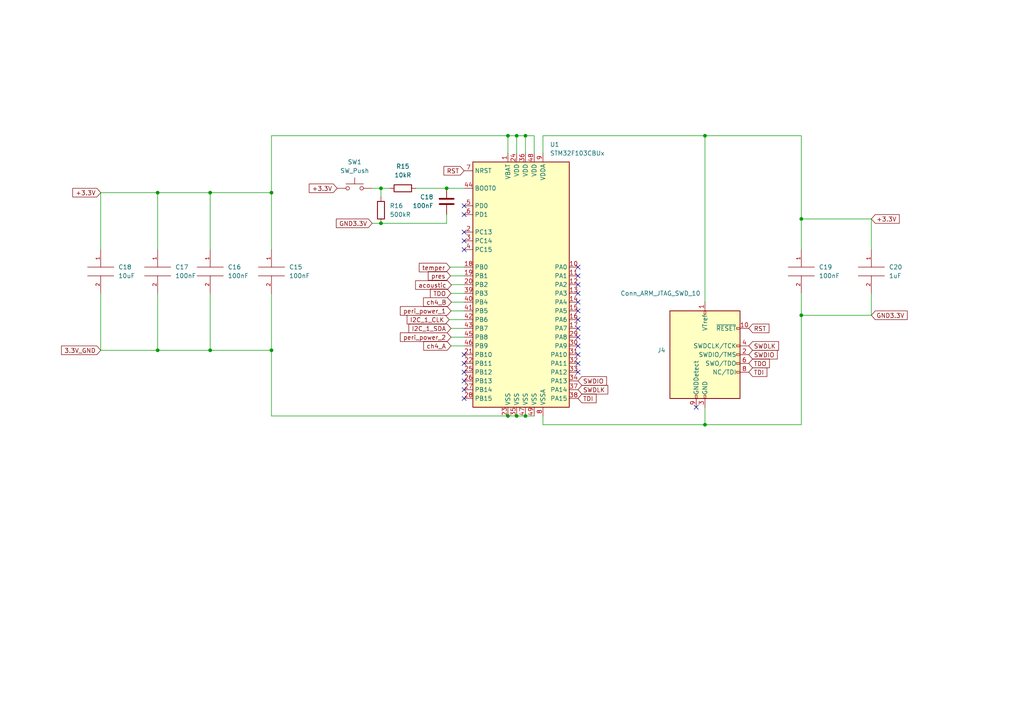
<source format=kicad_sch>
(kicad_sch (version 20211123) (generator eeschema)

  (uuid 3debd225-3ced-4504-af11-875d8cb35853)

  (paper "A4")

  (lib_symbols
    (symbol "Connector:Conn_ARM_JTAG_SWD_10" (pin_names (offset 1.016)) (in_bom yes) (on_board yes)
      (property "Reference" "J" (id 0) (at -2.54 16.51 0)
        (effects (font (size 1.27 1.27)) (justify right))
      )
      (property "Value" "Conn_ARM_JTAG_SWD_10" (id 1) (at -2.54 13.97 0)
        (effects (font (size 1.27 1.27)) (justify right bottom))
      )
      (property "Footprint" "" (id 2) (at 0 0 0)
        (effects (font (size 1.27 1.27)) hide)
      )
      (property "Datasheet" "http://infocenter.arm.com/help/topic/com.arm.doc.ddi0314h/DDI0314H_coresight_components_trm.pdf" (id 3) (at -8.89 -31.75 90)
        (effects (font (size 1.27 1.27)) hide)
      )
      (property "ki_keywords" "Cortex Debug Connector ARM SWD JTAG" (id 4) (at 0 0 0)
        (effects (font (size 1.27 1.27)) hide)
      )
      (property "ki_description" "Cortex Debug Connector, standard ARM Cortex-M SWD and JTAG interface" (id 5) (at 0 0 0)
        (effects (font (size 1.27 1.27)) hide)
      )
      (property "ki_fp_filters" "PinHeader?2x05?P1.27mm*" (id 6) (at 0 0 0)
        (effects (font (size 1.27 1.27)) hide)
      )
      (symbol "Conn_ARM_JTAG_SWD_10_0_1"
        (rectangle (start -10.16 12.7) (end 10.16 -12.7)
          (stroke (width 0.254) (type default) (color 0 0 0 0))
          (fill (type background))
        )
        (rectangle (start -2.794 -12.7) (end -2.286 -11.684)
          (stroke (width 0) (type default) (color 0 0 0 0))
          (fill (type none))
        )
        (rectangle (start -0.254 -12.7) (end 0.254 -11.684)
          (stroke (width 0) (type default) (color 0 0 0 0))
          (fill (type none))
        )
        (rectangle (start -0.254 12.7) (end 0.254 11.684)
          (stroke (width 0) (type default) (color 0 0 0 0))
          (fill (type none))
        )
        (rectangle (start 9.144 2.286) (end 10.16 2.794)
          (stroke (width 0) (type default) (color 0 0 0 0))
          (fill (type none))
        )
        (rectangle (start 10.16 -2.794) (end 9.144 -2.286)
          (stroke (width 0) (type default) (color 0 0 0 0))
          (fill (type none))
        )
        (rectangle (start 10.16 -0.254) (end 9.144 0.254)
          (stroke (width 0) (type default) (color 0 0 0 0))
          (fill (type none))
        )
        (rectangle (start 10.16 7.874) (end 9.144 7.366)
          (stroke (width 0) (type default) (color 0 0 0 0))
          (fill (type none))
        )
      )
      (symbol "Conn_ARM_JTAG_SWD_10_1_1"
        (rectangle (start 9.144 -5.334) (end 10.16 -4.826)
          (stroke (width 0) (type default) (color 0 0 0 0))
          (fill (type none))
        )
        (pin power_in line (at 0 15.24 270) (length 2.54)
          (name "VTref" (effects (font (size 1.27 1.27))))
          (number "1" (effects (font (size 1.27 1.27))))
        )
        (pin open_collector line (at 12.7 7.62 180) (length 2.54)
          (name "~{RESET}" (effects (font (size 1.27 1.27))))
          (number "10" (effects (font (size 1.27 1.27))))
        )
        (pin bidirectional line (at 12.7 0 180) (length 2.54)
          (name "SWDIO/TMS" (effects (font (size 1.27 1.27))))
          (number "2" (effects (font (size 1.27 1.27))))
        )
        (pin power_in line (at 0 -15.24 90) (length 2.54)
          (name "GND" (effects (font (size 1.27 1.27))))
          (number "3" (effects (font (size 1.27 1.27))))
        )
        (pin output line (at 12.7 2.54 180) (length 2.54)
          (name "SWDCLK/TCK" (effects (font (size 1.27 1.27))))
          (number "4" (effects (font (size 1.27 1.27))))
        )
        (pin passive line (at 0 -15.24 90) (length 2.54) hide
          (name "GND" (effects (font (size 1.27 1.27))))
          (number "5" (effects (font (size 1.27 1.27))))
        )
        (pin input line (at 12.7 -2.54 180) (length 2.54)
          (name "SWO/TDO" (effects (font (size 1.27 1.27))))
          (number "6" (effects (font (size 1.27 1.27))))
        )
        (pin no_connect line (at -10.16 0 0) (length 2.54) hide
          (name "KEY" (effects (font (size 1.27 1.27))))
          (number "7" (effects (font (size 1.27 1.27))))
        )
        (pin output line (at 12.7 -5.08 180) (length 2.54)
          (name "NC/TDI" (effects (font (size 1.27 1.27))))
          (number "8" (effects (font (size 1.27 1.27))))
        )
        (pin passive line (at -2.54 -15.24 90) (length 2.54)
          (name "GNDDetect" (effects (font (size 1.27 1.27))))
          (number "9" (effects (font (size 1.27 1.27))))
        )
      )
    )
    (symbol "Device:C" (pin_numbers hide) (pin_names (offset 0.254)) (in_bom yes) (on_board yes)
      (property "Reference" "C" (id 0) (at 0.635 2.54 0)
        (effects (font (size 1.27 1.27)) (justify left))
      )
      (property "Value" "C" (id 1) (at 0.635 -2.54 0)
        (effects (font (size 1.27 1.27)) (justify left))
      )
      (property "Footprint" "" (id 2) (at 0.9652 -3.81 0)
        (effects (font (size 1.27 1.27)) hide)
      )
      (property "Datasheet" "~" (id 3) (at 0 0 0)
        (effects (font (size 1.27 1.27)) hide)
      )
      (property "ki_keywords" "cap capacitor" (id 4) (at 0 0 0)
        (effects (font (size 1.27 1.27)) hide)
      )
      (property "ki_description" "Unpolarized capacitor" (id 5) (at 0 0 0)
        (effects (font (size 1.27 1.27)) hide)
      )
      (property "ki_fp_filters" "C_*" (id 6) (at 0 0 0)
        (effects (font (size 1.27 1.27)) hide)
      )
      (symbol "C_0_1"
        (polyline
          (pts
            (xy -2.032 -0.762)
            (xy 2.032 -0.762)
          )
          (stroke (width 0.508) (type default) (color 0 0 0 0))
          (fill (type none))
        )
        (polyline
          (pts
            (xy -2.032 0.762)
            (xy 2.032 0.762)
          )
          (stroke (width 0.508) (type default) (color 0 0 0 0))
          (fill (type none))
        )
      )
      (symbol "C_1_1"
        (pin passive line (at 0 3.81 270) (length 2.794)
          (name "~" (effects (font (size 1.27 1.27))))
          (number "1" (effects (font (size 1.27 1.27))))
        )
        (pin passive line (at 0 -3.81 90) (length 2.794)
          (name "~" (effects (font (size 1.27 1.27))))
          (number "2" (effects (font (size 1.27 1.27))))
        )
      )
    )
    (symbol "Device:R" (pin_numbers hide) (pin_names (offset 0)) (in_bom yes) (on_board yes)
      (property "Reference" "R" (id 0) (at 2.032 0 90)
        (effects (font (size 1.27 1.27)))
      )
      (property "Value" "R" (id 1) (at 0 0 90)
        (effects (font (size 1.27 1.27)))
      )
      (property "Footprint" "" (id 2) (at -1.778 0 90)
        (effects (font (size 1.27 1.27)) hide)
      )
      (property "Datasheet" "~" (id 3) (at 0 0 0)
        (effects (font (size 1.27 1.27)) hide)
      )
      (property "ki_keywords" "R res resistor" (id 4) (at 0 0 0)
        (effects (font (size 1.27 1.27)) hide)
      )
      (property "ki_description" "Resistor" (id 5) (at 0 0 0)
        (effects (font (size 1.27 1.27)) hide)
      )
      (property "ki_fp_filters" "R_*" (id 6) (at 0 0 0)
        (effects (font (size 1.27 1.27)) hide)
      )
      (symbol "R_0_1"
        (rectangle (start -1.016 -2.54) (end 1.016 2.54)
          (stroke (width 0.254) (type default) (color 0 0 0 0))
          (fill (type none))
        )
      )
      (symbol "R_1_1"
        (pin passive line (at 0 3.81 270) (length 1.27)
          (name "~" (effects (font (size 1.27 1.27))))
          (number "1" (effects (font (size 1.27 1.27))))
        )
        (pin passive line (at 0 -3.81 90) (length 1.27)
          (name "~" (effects (font (size 1.27 1.27))))
          (number "2" (effects (font (size 1.27 1.27))))
        )
      )
    )
    (symbol "MCU_ST_STM32F1:STM32F103CBUx" (in_bom yes) (on_board yes)
      (property "Reference" "U" (id 0) (at -15.24 36.83 0)
        (effects (font (size 1.27 1.27)) (justify left))
      )
      (property "Value" "STM32F103CBUx" (id 1) (at 7.62 36.83 0)
        (effects (font (size 1.27 1.27)) (justify left))
      )
      (property "Footprint" "Package_DFN_QFN:QFN-48-1EP_7x7mm_P0.5mm_EP5.6x5.6mm" (id 2) (at -15.24 -35.56 0)
        (effects (font (size 1.27 1.27)) (justify right) hide)
      )
      (property "Datasheet" "http://www.st.com/st-web-ui/static/active/en/resource/technical/document/datasheet/CD00161566.pdf" (id 3) (at 0 0 0)
        (effects (font (size 1.27 1.27)) hide)
      )
      (property "ki_keywords" "ARM Cortex-M3 STM32F1 STM32F103" (id 4) (at 0 0 0)
        (effects (font (size 1.27 1.27)) hide)
      )
      (property "ki_description" "ARM Cortex-M3 MCU, 128KB flash, 20KB RAM, 72MHz, 2-3.6V, 37 GPIO, UFQFPN-48" (id 5) (at 0 0 0)
        (effects (font (size 1.27 1.27)) hide)
      )
      (property "ki_fp_filters" "QFN*1EP*7x7mm*P0.5mm*" (id 6) (at 0 0 0)
        (effects (font (size 1.27 1.27)) hide)
      )
      (symbol "STM32F103CBUx_0_1"
        (rectangle (start -15.24 -35.56) (end 12.7 35.56)
          (stroke (width 0.254) (type default) (color 0 0 0 0))
          (fill (type background))
        )
      )
      (symbol "STM32F103CBUx_1_1"
        (pin power_in line (at -5.08 38.1 270) (length 2.54)
          (name "VBAT" (effects (font (size 1.27 1.27))))
          (number "1" (effects (font (size 1.27 1.27))))
        )
        (pin bidirectional line (at 15.24 5.08 180) (length 2.54)
          (name "PA0" (effects (font (size 1.27 1.27))))
          (number "10" (effects (font (size 1.27 1.27))))
        )
        (pin bidirectional line (at 15.24 2.54 180) (length 2.54)
          (name "PA1" (effects (font (size 1.27 1.27))))
          (number "11" (effects (font (size 1.27 1.27))))
        )
        (pin bidirectional line (at 15.24 0 180) (length 2.54)
          (name "PA2" (effects (font (size 1.27 1.27))))
          (number "12" (effects (font (size 1.27 1.27))))
        )
        (pin bidirectional line (at 15.24 -2.54 180) (length 2.54)
          (name "PA3" (effects (font (size 1.27 1.27))))
          (number "13" (effects (font (size 1.27 1.27))))
        )
        (pin bidirectional line (at 15.24 -5.08 180) (length 2.54)
          (name "PA4" (effects (font (size 1.27 1.27))))
          (number "14" (effects (font (size 1.27 1.27))))
        )
        (pin bidirectional line (at 15.24 -7.62 180) (length 2.54)
          (name "PA5" (effects (font (size 1.27 1.27))))
          (number "15" (effects (font (size 1.27 1.27))))
        )
        (pin bidirectional line (at 15.24 -10.16 180) (length 2.54)
          (name "PA6" (effects (font (size 1.27 1.27))))
          (number "16" (effects (font (size 1.27 1.27))))
        )
        (pin bidirectional line (at 15.24 -12.7 180) (length 2.54)
          (name "PA7" (effects (font (size 1.27 1.27))))
          (number "17" (effects (font (size 1.27 1.27))))
        )
        (pin bidirectional line (at -17.78 5.08 0) (length 2.54)
          (name "PB0" (effects (font (size 1.27 1.27))))
          (number "18" (effects (font (size 1.27 1.27))))
        )
        (pin bidirectional line (at -17.78 2.54 0) (length 2.54)
          (name "PB1" (effects (font (size 1.27 1.27))))
          (number "19" (effects (font (size 1.27 1.27))))
        )
        (pin bidirectional line (at -17.78 15.24 0) (length 2.54)
          (name "PC13" (effects (font (size 1.27 1.27))))
          (number "2" (effects (font (size 1.27 1.27))))
        )
        (pin bidirectional line (at -17.78 0 0) (length 2.54)
          (name "PB2" (effects (font (size 1.27 1.27))))
          (number "20" (effects (font (size 1.27 1.27))))
        )
        (pin bidirectional line (at -17.78 -20.32 0) (length 2.54)
          (name "PB10" (effects (font (size 1.27 1.27))))
          (number "21" (effects (font (size 1.27 1.27))))
        )
        (pin bidirectional line (at -17.78 -22.86 0) (length 2.54)
          (name "PB11" (effects (font (size 1.27 1.27))))
          (number "22" (effects (font (size 1.27 1.27))))
        )
        (pin power_in line (at -5.08 -38.1 90) (length 2.54)
          (name "VSS" (effects (font (size 1.27 1.27))))
          (number "23" (effects (font (size 1.27 1.27))))
        )
        (pin power_in line (at -2.54 38.1 270) (length 2.54)
          (name "VDD" (effects (font (size 1.27 1.27))))
          (number "24" (effects (font (size 1.27 1.27))))
        )
        (pin bidirectional line (at -17.78 -25.4 0) (length 2.54)
          (name "PB12" (effects (font (size 1.27 1.27))))
          (number "25" (effects (font (size 1.27 1.27))))
        )
        (pin bidirectional line (at -17.78 -27.94 0) (length 2.54)
          (name "PB13" (effects (font (size 1.27 1.27))))
          (number "26" (effects (font (size 1.27 1.27))))
        )
        (pin bidirectional line (at -17.78 -30.48 0) (length 2.54)
          (name "PB14" (effects (font (size 1.27 1.27))))
          (number "27" (effects (font (size 1.27 1.27))))
        )
        (pin bidirectional line (at -17.78 -33.02 0) (length 2.54)
          (name "PB15" (effects (font (size 1.27 1.27))))
          (number "28" (effects (font (size 1.27 1.27))))
        )
        (pin bidirectional line (at 15.24 -15.24 180) (length 2.54)
          (name "PA8" (effects (font (size 1.27 1.27))))
          (number "29" (effects (font (size 1.27 1.27))))
        )
        (pin bidirectional line (at -17.78 12.7 0) (length 2.54)
          (name "PC14" (effects (font (size 1.27 1.27))))
          (number "3" (effects (font (size 1.27 1.27))))
        )
        (pin bidirectional line (at 15.24 -17.78 180) (length 2.54)
          (name "PA9" (effects (font (size 1.27 1.27))))
          (number "30" (effects (font (size 1.27 1.27))))
        )
        (pin bidirectional line (at 15.24 -20.32 180) (length 2.54)
          (name "PA10" (effects (font (size 1.27 1.27))))
          (number "31" (effects (font (size 1.27 1.27))))
        )
        (pin bidirectional line (at 15.24 -22.86 180) (length 2.54)
          (name "PA11" (effects (font (size 1.27 1.27))))
          (number "32" (effects (font (size 1.27 1.27))))
        )
        (pin bidirectional line (at 15.24 -25.4 180) (length 2.54)
          (name "PA12" (effects (font (size 1.27 1.27))))
          (number "33" (effects (font (size 1.27 1.27))))
        )
        (pin bidirectional line (at 15.24 -27.94 180) (length 2.54)
          (name "PA13" (effects (font (size 1.27 1.27))))
          (number "34" (effects (font (size 1.27 1.27))))
        )
        (pin power_in line (at -2.54 -38.1 90) (length 2.54)
          (name "VSS" (effects (font (size 1.27 1.27))))
          (number "35" (effects (font (size 1.27 1.27))))
        )
        (pin power_in line (at 0 38.1 270) (length 2.54)
          (name "VDD" (effects (font (size 1.27 1.27))))
          (number "36" (effects (font (size 1.27 1.27))))
        )
        (pin bidirectional line (at 15.24 -30.48 180) (length 2.54)
          (name "PA14" (effects (font (size 1.27 1.27))))
          (number "37" (effects (font (size 1.27 1.27))))
        )
        (pin bidirectional line (at 15.24 -33.02 180) (length 2.54)
          (name "PA15" (effects (font (size 1.27 1.27))))
          (number "38" (effects (font (size 1.27 1.27))))
        )
        (pin bidirectional line (at -17.78 -2.54 0) (length 2.54)
          (name "PB3" (effects (font (size 1.27 1.27))))
          (number "39" (effects (font (size 1.27 1.27))))
        )
        (pin bidirectional line (at -17.78 10.16 0) (length 2.54)
          (name "PC15" (effects (font (size 1.27 1.27))))
          (number "4" (effects (font (size 1.27 1.27))))
        )
        (pin bidirectional line (at -17.78 -5.08 0) (length 2.54)
          (name "PB4" (effects (font (size 1.27 1.27))))
          (number "40" (effects (font (size 1.27 1.27))))
        )
        (pin bidirectional line (at -17.78 -7.62 0) (length 2.54)
          (name "PB5" (effects (font (size 1.27 1.27))))
          (number "41" (effects (font (size 1.27 1.27))))
        )
        (pin bidirectional line (at -17.78 -10.16 0) (length 2.54)
          (name "PB6" (effects (font (size 1.27 1.27))))
          (number "42" (effects (font (size 1.27 1.27))))
        )
        (pin bidirectional line (at -17.78 -12.7 0) (length 2.54)
          (name "PB7" (effects (font (size 1.27 1.27))))
          (number "43" (effects (font (size 1.27 1.27))))
        )
        (pin input line (at -17.78 27.94 0) (length 2.54)
          (name "BOOT0" (effects (font (size 1.27 1.27))))
          (number "44" (effects (font (size 1.27 1.27))))
        )
        (pin bidirectional line (at -17.78 -15.24 0) (length 2.54)
          (name "PB8" (effects (font (size 1.27 1.27))))
          (number "45" (effects (font (size 1.27 1.27))))
        )
        (pin bidirectional line (at -17.78 -17.78 0) (length 2.54)
          (name "PB9" (effects (font (size 1.27 1.27))))
          (number "46" (effects (font (size 1.27 1.27))))
        )
        (pin power_in line (at 0 -38.1 90) (length 2.54)
          (name "VSS" (effects (font (size 1.27 1.27))))
          (number "47" (effects (font (size 1.27 1.27))))
        )
        (pin power_in line (at 2.54 38.1 270) (length 2.54)
          (name "VDD" (effects (font (size 1.27 1.27))))
          (number "48" (effects (font (size 1.27 1.27))))
        )
        (pin power_in line (at 2.54 -38.1 90) (length 2.54)
          (name "VSS" (effects (font (size 1.27 1.27))))
          (number "49" (effects (font (size 1.27 1.27))))
        )
        (pin input line (at -17.78 22.86 0) (length 2.54)
          (name "PD0" (effects (font (size 1.27 1.27))))
          (number "5" (effects (font (size 1.27 1.27))))
        )
        (pin input line (at -17.78 20.32 0) (length 2.54)
          (name "PD1" (effects (font (size 1.27 1.27))))
          (number "6" (effects (font (size 1.27 1.27))))
        )
        (pin input line (at -17.78 33.02 0) (length 2.54)
          (name "NRST" (effects (font (size 1.27 1.27))))
          (number "7" (effects (font (size 1.27 1.27))))
        )
        (pin power_in line (at 5.08 -38.1 90) (length 2.54)
          (name "VSSA" (effects (font (size 1.27 1.27))))
          (number "8" (effects (font (size 1.27 1.27))))
        )
        (pin power_in line (at 5.08 38.1 270) (length 2.54)
          (name "VDDA" (effects (font (size 1.27 1.27))))
          (number "9" (effects (font (size 1.27 1.27))))
        )
      )
    )
    (symbol "Switch:SW_Push" (pin_numbers hide) (pin_names (offset 1.016) hide) (in_bom yes) (on_board yes)
      (property "Reference" "SW" (id 0) (at 1.27 2.54 0)
        (effects (font (size 1.27 1.27)) (justify left))
      )
      (property "Value" "SW_Push" (id 1) (at 0 -1.524 0)
        (effects (font (size 1.27 1.27)))
      )
      (property "Footprint" "" (id 2) (at 0 5.08 0)
        (effects (font (size 1.27 1.27)) hide)
      )
      (property "Datasheet" "~" (id 3) (at 0 5.08 0)
        (effects (font (size 1.27 1.27)) hide)
      )
      (property "ki_keywords" "switch normally-open pushbutton push-button" (id 4) (at 0 0 0)
        (effects (font (size 1.27 1.27)) hide)
      )
      (property "ki_description" "Push button switch, generic, two pins" (id 5) (at 0 0 0)
        (effects (font (size 1.27 1.27)) hide)
      )
      (symbol "SW_Push_0_1"
        (circle (center -2.032 0) (radius 0.508)
          (stroke (width 0) (type default) (color 0 0 0 0))
          (fill (type none))
        )
        (polyline
          (pts
            (xy 0 1.27)
            (xy 0 3.048)
          )
          (stroke (width 0) (type default) (color 0 0 0 0))
          (fill (type none))
        )
        (polyline
          (pts
            (xy 2.54 1.27)
            (xy -2.54 1.27)
          )
          (stroke (width 0) (type default) (color 0 0 0 0))
          (fill (type none))
        )
        (circle (center 2.032 0) (radius 0.508)
          (stroke (width 0) (type default) (color 0 0 0 0))
          (fill (type none))
        )
        (pin passive line (at -5.08 0 0) (length 2.54)
          (name "1" (effects (font (size 1.27 1.27))))
          (number "1" (effects (font (size 1.27 1.27))))
        )
        (pin passive line (at 5.08 0 180) (length 2.54)
          (name "2" (effects (font (size 1.27 1.27))))
          (number "2" (effects (font (size 1.27 1.27))))
        )
      )
    )
    (symbol "pspice:C" (pin_names (offset 0.254)) (in_bom yes) (on_board yes)
      (property "Reference" "C" (id 0) (at 2.54 3.81 90)
        (effects (font (size 1.27 1.27)))
      )
      (property "Value" "C" (id 1) (at 2.54 -3.81 90)
        (effects (font (size 1.27 1.27)))
      )
      (property "Footprint" "" (id 2) (at 0 0 0)
        (effects (font (size 1.27 1.27)) hide)
      )
      (property "Datasheet" "~" (id 3) (at 0 0 0)
        (effects (font (size 1.27 1.27)) hide)
      )
      (property "ki_keywords" "simulation" (id 4) (at 0 0 0)
        (effects (font (size 1.27 1.27)) hide)
      )
      (property "ki_description" "Capacitor symbol for simulation only" (id 5) (at 0 0 0)
        (effects (font (size 1.27 1.27)) hide)
      )
      (symbol "C_0_1"
        (polyline
          (pts
            (xy -3.81 -1.27)
            (xy 3.81 -1.27)
          )
          (stroke (width 0) (type default) (color 0 0 0 0))
          (fill (type none))
        )
        (polyline
          (pts
            (xy -3.81 1.27)
            (xy 3.81 1.27)
          )
          (stroke (width 0) (type default) (color 0 0 0 0))
          (fill (type none))
        )
      )
      (symbol "C_1_1"
        (pin passive line (at 0 6.35 270) (length 5.08)
          (name "~" (effects (font (size 1.016 1.016))))
          (number "1" (effects (font (size 1.016 1.016))))
        )
        (pin passive line (at 0 -6.35 90) (length 5.08)
          (name "~" (effects (font (size 1.016 1.016))))
          (number "2" (effects (font (size 1.016 1.016))))
        )
      )
    )
  )

  (junction (at 149.86 120.65) (diameter 0) (color 0 0 0 0)
    (uuid 10f61d57-4927-47b6-99ee-4db2c7d5dc57)
  )
  (junction (at 45.72 101.6) (diameter 0) (color 0 0 0 0)
    (uuid 27d85be4-ff92-4883-a502-1ec5c3d5787e)
  )
  (junction (at 45.72 55.88) (diameter 0) (color 0 0 0 0)
    (uuid 2f695f38-070c-48c2-9183-0e2a6c970124)
  )
  (junction (at 149.86 39.37) (diameter 0) (color 0 0 0 0)
    (uuid 579faa9e-d869-44ed-9c26-32ec11b71d8f)
  )
  (junction (at 110.49 64.77) (diameter 0) (color 0 0 0 0)
    (uuid 6856120b-57b7-4a80-b659-da15d5f6c57f)
  )
  (junction (at 129.54 54.61) (diameter 0) (color 0 0 0 0)
    (uuid 7147eba4-a5be-4ff7-94dc-5e511723070e)
  )
  (junction (at 147.32 120.65) (diameter 0) (color 0 0 0 0)
    (uuid 87e86da5-c163-437b-99b3-551dce4a4963)
  )
  (junction (at 152.4 120.65) (diameter 0) (color 0 0 0 0)
    (uuid 9d79845f-348a-4623-a0bc-91868abce771)
  )
  (junction (at 60.96 101.6) (diameter 0) (color 0 0 0 0)
    (uuid a076cc2b-8378-484e-b1fc-df3146530463)
  )
  (junction (at 147.32 39.37) (diameter 0) (color 0 0 0 0)
    (uuid a34f663b-4989-46b3-a153-f7a08b75527d)
  )
  (junction (at 60.96 55.88) (diameter 0) (color 0 0 0 0)
    (uuid b13adb4c-40b2-4759-bdb7-bb63ffe1b38b)
  )
  (junction (at 204.47 123.19) (diameter 0) (color 0 0 0 0)
    (uuid b87db540-d78a-4e16-9d3d-42e512480b57)
  )
  (junction (at 78.74 55.88) (diameter 0) (color 0 0 0 0)
    (uuid c2b65dc7-34c0-4d7e-8860-021fed5d3b45)
  )
  (junction (at 110.49 54.61) (diameter 0) (color 0 0 0 0)
    (uuid c473ed34-70ad-4d4a-877f-d0d9558b0bb1)
  )
  (junction (at 232.41 91.44) (diameter 0) (color 0 0 0 0)
    (uuid d150276d-1937-4fd8-8acb-798ef368881a)
  )
  (junction (at 152.4 39.37) (diameter 0) (color 0 0 0 0)
    (uuid d9b65caa-59f1-4130-b5d1-7989412e09f9)
  )
  (junction (at 78.74 101.6) (diameter 0) (color 0 0 0 0)
    (uuid dc461932-0ff4-4039-bd35-ffeb747b2d8f)
  )
  (junction (at 232.41 63.5) (diameter 0) (color 0 0 0 0)
    (uuid e362277b-7c1d-4fd6-ba50-5f6449e51d47)
  )
  (junction (at 204.47 39.37) (diameter 0) (color 0 0 0 0)
    (uuid e51ff955-05d5-499c-931e-4594ca44e483)
  )

  (no_connect (at 134.62 107.95) (uuid 0a075613-9045-4683-ba8c-7e0f4f376fc6))
  (no_connect (at 134.62 59.69) (uuid 28d705a7-3048-448e-98cc-44b0dc5ee6fe))
  (no_connect (at 134.62 67.31) (uuid 33727a54-0529-4d58-acf9-85c3865872f9))
  (no_connect (at 134.62 102.87) (uuid 3d1a2142-2328-438e-84b8-b85d47ef1f54))
  (no_connect (at 167.64 85.09) (uuid 3e30734a-7711-4910-9e10-e07368fb4534))
  (no_connect (at 134.62 110.49) (uuid 480da6a6-d1f4-4541-9165-5a40a4a3382b))
  (no_connect (at 134.62 113.03) (uuid 5d06b1be-9c64-40e2-b924-a90da5659e36))
  (no_connect (at 167.64 107.95) (uuid 5e4adef7-915c-4551-a230-6c1864de4019))
  (no_connect (at 167.64 95.25) (uuid 623d3b2a-a9d3-46d6-b18e-fa79b582454f))
  (no_connect (at 167.64 77.47) (uuid 680bf455-e162-4e05-91da-6b4a95676fee))
  (no_connect (at 201.93 118.11) (uuid 6843d272-957c-4d28-9265-c01cc1af6f36))
  (no_connect (at 167.64 105.41) (uuid 6dc27225-cda4-49af-b002-b40824a9bfff))
  (no_connect (at 167.64 82.55) (uuid 7284befe-4d60-4d8d-8f4a-71423327ecbe))
  (no_connect (at 134.62 69.85) (uuid 92d95cd1-6b56-474b-98f4-e138557ff8e9))
  (no_connect (at 167.64 97.79) (uuid 948484ec-34a1-4ac8-9765-b5e283f18d57))
  (no_connect (at 167.64 92.71) (uuid 94903ad5-7560-42b7-9291-8b7863187e5b))
  (no_connect (at 167.64 102.87) (uuid 977af713-9f55-4bc8-a567-9c2ff633ec8d))
  (no_connect (at 134.62 105.41) (uuid 9ad2f5e4-0483-432e-bee9-e6b1fdad6c19))
  (no_connect (at 167.64 100.33) (uuid ba1607d1-6d26-4805-9be6-41f7a8b0b473))
  (no_connect (at 134.62 62.23) (uuid bb132b82-2367-4805-bebb-089683e9601e))
  (no_connect (at 134.62 72.39) (uuid befe4385-a962-4744-b505-c7969a0bf3a7))
  (no_connect (at 167.64 87.63) (uuid c0125798-332c-4984-9feb-d0c636f5ee95))
  (no_connect (at 134.62 115.57) (uuid c5267042-1bf0-4a81-9904-97323d88e1f5))
  (no_connect (at 167.64 80.01) (uuid d9e9a891-6309-420c-b1cf-4438652a8735))
  (no_connect (at 167.64 90.17) (uuid fa150df0-4402-487f-b40e-42bfe897bbea))

  (wire (pts (xy 147.32 120.65) (xy 78.74 120.65))
    (stroke (width 0) (type default) (color 0 0 0 0))
    (uuid 0e3b6dc2-dcd2-41ab-9c71-3ff88bb1f21c)
  )
  (wire (pts (xy 232.41 85.09) (xy 232.41 91.44))
    (stroke (width 0) (type default) (color 0 0 0 0))
    (uuid 0eb4f9bd-8f72-4dc8-80f5-85b74bf90c9d)
  )
  (wire (pts (xy 130.937 82.55) (xy 130.937 82.677))
    (stroke (width 0) (type default) (color 0 0 0 0))
    (uuid 0fe19a2f-6efa-46f6-8392-a274c4b40763)
  )
  (wire (pts (xy 157.48 123.19) (xy 157.48 120.65))
    (stroke (width 0) (type default) (color 0 0 0 0))
    (uuid 1a09cd90-1c32-4082-bb92-4dc01101dfa3)
  )
  (wire (pts (xy 149.86 39.37) (xy 152.4 39.37))
    (stroke (width 0) (type default) (color 0 0 0 0))
    (uuid 1f42d0c6-a053-4cfa-9c74-a8ee58203fc5)
  )
  (wire (pts (xy 252.73 85.09) (xy 252.73 91.44))
    (stroke (width 0) (type default) (color 0 0 0 0))
    (uuid 2979cde2-1692-4d45-9466-4612a22b9dc1)
  )
  (wire (pts (xy 130.556 77.47) (xy 130.556 77.597))
    (stroke (width 0) (type default) (color 0 0 0 0))
    (uuid 2e2c6c1f-4819-46cd-8daa-40946d049bc1)
  )
  (wire (pts (xy 107.95 54.61) (xy 110.49 54.61))
    (stroke (width 0) (type default) (color 0 0 0 0))
    (uuid 2e543fbb-fc4a-49e5-a93f-7b1ade80d835)
  )
  (wire (pts (xy 130.683 80.01) (xy 134.62 80.01))
    (stroke (width 0) (type default) (color 0 0 0 0))
    (uuid 36c361c0-c7ac-4fa6-b818-c98df35b3dab)
  )
  (wire (pts (xy 129.54 54.61) (xy 134.62 54.61))
    (stroke (width 0) (type default) (color 0 0 0 0))
    (uuid 36fc2b7d-f712-47a0-bfc0-cff0deda5f8c)
  )
  (wire (pts (xy 60.96 55.88) (xy 45.72 55.88))
    (stroke (width 0) (type default) (color 0 0 0 0))
    (uuid 3b9efb6b-be3b-4a3e-97a1-d66a07bfba9d)
  )
  (wire (pts (xy 157.48 123.19) (xy 204.47 123.19))
    (stroke (width 0) (type default) (color 0 0 0 0))
    (uuid 3e2ab336-7202-493a-a86a-aab68d9f9a6d)
  )
  (wire (pts (xy 107.95 64.77) (xy 110.49 64.77))
    (stroke (width 0) (type default) (color 0 0 0 0))
    (uuid 415da641-d03e-4fc9-8b86-67f2bb661f8f)
  )
  (wire (pts (xy 110.49 57.15) (xy 110.49 54.61))
    (stroke (width 0) (type default) (color 0 0 0 0))
    (uuid 438c8a60-daf7-469c-9de4-32c533ea3d3d)
  )
  (wire (pts (xy 29.21 85.09) (xy 29.21 101.6))
    (stroke (width 0) (type default) (color 0 0 0 0))
    (uuid 45cee651-bcca-4673-a047-c5f017fa045c)
  )
  (wire (pts (xy 232.41 91.44) (xy 232.41 123.19))
    (stroke (width 0) (type default) (color 0 0 0 0))
    (uuid 493d1291-4a46-41f0-83aa-73dea201a849)
  )
  (wire (pts (xy 78.74 101.6) (xy 60.96 101.6))
    (stroke (width 0) (type default) (color 0 0 0 0))
    (uuid 49c2293c-d946-4027-95ce-83cf5ec8e801)
  )
  (wire (pts (xy 134.62 82.55) (xy 130.937 82.55))
    (stroke (width 0) (type default) (color 0 0 0 0))
    (uuid 4f627f62-7b02-4604-bcec-f9540d00c791)
  )
  (wire (pts (xy 147.32 39.37) (xy 149.86 39.37))
    (stroke (width 0) (type default) (color 0 0 0 0))
    (uuid 51034591-fb11-4cd0-802a-91259bd51cf9)
  )
  (wire (pts (xy 129.54 64.77) (xy 129.54 62.23))
    (stroke (width 0) (type default) (color 0 0 0 0))
    (uuid 51c53b20-72c3-4f91-b185-bb31c3799efd)
  )
  (wire (pts (xy 152.4 39.37) (xy 152.4 44.45))
    (stroke (width 0) (type default) (color 0 0 0 0))
    (uuid 54d09905-cd6c-49bd-9f6f-98b649dceaf4)
  )
  (wire (pts (xy 152.4 120.65) (xy 154.94 120.65))
    (stroke (width 0) (type default) (color 0 0 0 0))
    (uuid 560f57b7-0fa4-4080-a733-7c9df36ddf59)
  )
  (wire (pts (xy 134.62 77.47) (xy 130.556 77.47))
    (stroke (width 0) (type default) (color 0 0 0 0))
    (uuid 5b3efa3b-857e-4fb1-a9fd-f99c6274ebee)
  )
  (wire (pts (xy 78.74 55.88) (xy 78.74 39.37))
    (stroke (width 0) (type default) (color 0 0 0 0))
    (uuid 5df06a9b-937a-460a-96c3-0bf12d5c4278)
  )
  (wire (pts (xy 232.41 91.44) (xy 252.73 91.44))
    (stroke (width 0) (type default) (color 0 0 0 0))
    (uuid 6149ce8a-2c9e-439a-96aa-3318fc2d97c5)
  )
  (wire (pts (xy 29.21 101.6) (xy 45.72 101.6))
    (stroke (width 0) (type default) (color 0 0 0 0))
    (uuid 63c5a2cc-828b-4e3f-af00-aa4c4da2b399)
  )
  (wire (pts (xy 130.81 90.17) (xy 134.62 90.17))
    (stroke (width 0) (type default) (color 0 0 0 0))
    (uuid 642cfcf2-4714-4ecf-a8de-cc27bd27ed3b)
  )
  (wire (pts (xy 204.47 39.37) (xy 204.47 87.63))
    (stroke (width 0) (type default) (color 0 0 0 0))
    (uuid 64faba85-b5ae-4a00-b87a-7ca4ea8b29ea)
  )
  (wire (pts (xy 60.96 101.6) (xy 60.96 85.09))
    (stroke (width 0) (type default) (color 0 0 0 0))
    (uuid 65c4265b-8412-488b-8cf4-5df79be0e32d)
  )
  (wire (pts (xy 78.74 120.65) (xy 78.74 101.6))
    (stroke (width 0) (type default) (color 0 0 0 0))
    (uuid 69ba8992-0dcf-4eb1-8982-599700063f3f)
  )
  (wire (pts (xy 232.41 63.5) (xy 252.73 63.5))
    (stroke (width 0) (type default) (color 0 0 0 0))
    (uuid 6ceb93d5-317c-4b1c-87d4-16b1fe7cc739)
  )
  (wire (pts (xy 149.86 120.65) (xy 152.4 120.65))
    (stroke (width 0) (type default) (color 0 0 0 0))
    (uuid 6dd65628-8879-444e-9ea9-a36fb9096e68)
  )
  (wire (pts (xy 78.74 55.88) (xy 60.96 55.88))
    (stroke (width 0) (type default) (color 0 0 0 0))
    (uuid 755e0b9d-b929-4192-96f4-a09200f7c8c2)
  )
  (wire (pts (xy 29.21 72.39) (xy 29.21 55.88))
    (stroke (width 0) (type default) (color 0 0 0 0))
    (uuid 7d781d31-5b91-4a41-aa28-7f11130a95cf)
  )
  (wire (pts (xy 130.81 97.79) (xy 134.62 97.79))
    (stroke (width 0) (type default) (color 0 0 0 0))
    (uuid 7f3765fe-a83e-4f9f-a2ab-9d54f52eaef0)
  )
  (wire (pts (xy 130.81 100.33) (xy 134.62 100.33))
    (stroke (width 0) (type default) (color 0 0 0 0))
    (uuid 810ef38c-cb65-45fd-ae2a-a45c28515d31)
  )
  (wire (pts (xy 78.74 72.39) (xy 78.74 55.88))
    (stroke (width 0) (type default) (color 0 0 0 0))
    (uuid 835e085e-3102-4404-9602-74c6a3fa0f95)
  )
  (wire (pts (xy 60.96 72.39) (xy 60.96 55.88))
    (stroke (width 0) (type default) (color 0 0 0 0))
    (uuid 83c49063-4869-4d84-802e-10b5d74cb123)
  )
  (wire (pts (xy 110.49 54.61) (xy 113.03 54.61))
    (stroke (width 0) (type default) (color 0 0 0 0))
    (uuid 849bd7c4-2140-4ba7-85fd-78a6db7356d4)
  )
  (wire (pts (xy 232.41 39.37) (xy 204.47 39.37))
    (stroke (width 0) (type default) (color 0 0 0 0))
    (uuid 861fe414-1227-4030-8875-73eafc849a4b)
  )
  (wire (pts (xy 204.47 123.19) (xy 232.41 123.19))
    (stroke (width 0) (type default) (color 0 0 0 0))
    (uuid 863144f7-bfe4-47e3-94a7-c2e1c458f035)
  )
  (wire (pts (xy 110.49 64.77) (xy 129.54 64.77))
    (stroke (width 0) (type default) (color 0 0 0 0))
    (uuid 88955adb-1c72-42c6-8600-5ee54f5452aa)
  )
  (wire (pts (xy 204.47 118.11) (xy 204.47 123.19))
    (stroke (width 0) (type default) (color 0 0 0 0))
    (uuid 8913ad5e-1f2d-473c-99c3-fdd7044d9351)
  )
  (wire (pts (xy 45.72 101.6) (xy 60.96 101.6))
    (stroke (width 0) (type default) (color 0 0 0 0))
    (uuid 8dddabd6-bde5-43ef-9a76-07a792ae7531)
  )
  (wire (pts (xy 157.48 39.37) (xy 157.48 44.45))
    (stroke (width 0) (type default) (color 0 0 0 0))
    (uuid 91b0f906-4e8d-47af-a379-2a2d41c69bf8)
  )
  (wire (pts (xy 45.72 85.09) (xy 45.72 101.6))
    (stroke (width 0) (type default) (color 0 0 0 0))
    (uuid 9941376f-6916-4194-a24a-c25d778db835)
  )
  (wire (pts (xy 130.937 87.63) (xy 134.62 87.63))
    (stroke (width 0) (type default) (color 0 0 0 0))
    (uuid 9b34bfc4-0f1d-476e-92c9-986dca2f13a9)
  )
  (wire (pts (xy 154.94 39.37) (xy 154.94 44.45))
    (stroke (width 0) (type default) (color 0 0 0 0))
    (uuid a59a1f67-f762-4650-a313-b1674e762a66)
  )
  (wire (pts (xy 204.47 39.37) (xy 157.48 39.37))
    (stroke (width 0) (type default) (color 0 0 0 0))
    (uuid b0f0280b-e020-4245-814b-5a5c173aa849)
  )
  (wire (pts (xy 232.41 63.5) (xy 232.41 39.37))
    (stroke (width 0) (type default) (color 0 0 0 0))
    (uuid be8bbda4-008a-4244-9d85-4be9410b70cd)
  )
  (wire (pts (xy 147.32 120.65) (xy 149.86 120.65))
    (stroke (width 0) (type default) (color 0 0 0 0))
    (uuid bf0ac8cd-0ac0-45be-96c3-3881f38c5d2d)
  )
  (wire (pts (xy 29.21 55.88) (xy 45.72 55.88))
    (stroke (width 0) (type default) (color 0 0 0 0))
    (uuid bfba3902-b418-4972-81e1-b08612b4b441)
  )
  (wire (pts (xy 130.302 92.71) (xy 134.62 92.71))
    (stroke (width 0) (type default) (color 0 0 0 0))
    (uuid c3dd117a-e022-4638-8261-ca1c31c9234c)
  )
  (wire (pts (xy 78.74 39.37) (xy 147.32 39.37))
    (stroke (width 0) (type default) (color 0 0 0 0))
    (uuid c9a73464-ca5b-4866-8f47-0d0afe507d7f)
  )
  (wire (pts (xy 147.32 39.37) (xy 147.32 44.45))
    (stroke (width 0) (type default) (color 0 0 0 0))
    (uuid cd5aee20-49cc-431a-80d3-5adc5a450460)
  )
  (wire (pts (xy 252.73 63.5) (xy 252.73 72.39))
    (stroke (width 0) (type default) (color 0 0 0 0))
    (uuid d4b8b13d-ae00-45aa-ab3c-de0596c4cddf)
  )
  (wire (pts (xy 149.86 39.37) (xy 149.86 44.45))
    (stroke (width 0) (type default) (color 0 0 0 0))
    (uuid d5557456-bd50-4088-9a23-bb1f8520366b)
  )
  (wire (pts (xy 130.81 85.09) (xy 134.62 85.09))
    (stroke (width 0) (type default) (color 0 0 0 0))
    (uuid d57bfc8f-c353-4090-9d62-85bd8eec2abf)
  )
  (wire (pts (xy 130.81 95.25) (xy 134.62 95.25))
    (stroke (width 0) (type default) (color 0 0 0 0))
    (uuid d99b957b-5493-4d4f-b571-026e850311f7)
  )
  (wire (pts (xy 232.41 72.39) (xy 232.41 63.5))
    (stroke (width 0) (type default) (color 0 0 0 0))
    (uuid e0f6b0ac-13e8-4fc8-928d-ca22cf868c21)
  )
  (wire (pts (xy 120.65 54.61) (xy 129.54 54.61))
    (stroke (width 0) (type default) (color 0 0 0 0))
    (uuid ef6023c4-8f5d-495d-988d-4f3c26b79dfc)
  )
  (wire (pts (xy 45.72 55.88) (xy 45.72 72.39))
    (stroke (width 0) (type default) (color 0 0 0 0))
    (uuid f119d646-e3aa-4638-9636-ee11fc28d775)
  )
  (wire (pts (xy 78.74 85.09) (xy 78.74 101.6))
    (stroke (width 0) (type default) (color 0 0 0 0))
    (uuid f4e6cb8e-0dd5-4649-95c3-0e1670a30ab7)
  )
  (wire (pts (xy 152.4 39.37) (xy 154.94 39.37))
    (stroke (width 0) (type default) (color 0 0 0 0))
    (uuid f608a7dc-e0f2-4116-8d8e-9f2056027c7c)
  )

  (global_label "I2C_1_CLK" (shape input) (at 130.302 92.71 180) (fields_autoplaced)
    (effects (font (size 1.27 1.27)) (justify right))
    (uuid 1733f247-cfca-45df-9b1b-250604ec7af6)
    (property "Intersheet References" "${INTERSHEET_REFS}" (id 0) (at 118.0918 92.6306 0)
      (effects (font (size 1.27 1.27)) (justify right) hide)
    )
  )
  (global_label "+3.3V" (shape input) (at 252.73 63.5 0) (fields_autoplaced)
    (effects (font (size 1.27 1.27)) (justify left))
    (uuid 175589bc-17e9-402a-af63-ba7244fa2ba7)
    (property "Intersheet References" "${INTERSHEET_REFS}" (id 0) (at 260.8279 63.4206 0)
      (effects (font (size 1.27 1.27)) (justify left) hide)
    )
  )
  (global_label "temper" (shape input) (at 130.556 77.597 180) (fields_autoplaced)
    (effects (font (size 1.27 1.27)) (justify right))
    (uuid 247fded4-d4d8-4054-860d-b594c9c8a5fd)
    (property "Intersheet References" "${INTERSHEET_REFS}" (id 0) (at 121.6115 77.6764 0)
      (effects (font (size 1.27 1.27)) (justify right) hide)
    )
  )
  (global_label "RST" (shape input) (at 217.17 95.25 0) (fields_autoplaced)
    (effects (font (size 1.27 1.27)) (justify left))
    (uuid 30d724ac-e6f9-4c8e-8725-302f748fe9b7)
    (property "Intersheet References" "${INTERSHEET_REFS}" (id 0) (at 223.0302 95.1706 0)
      (effects (font (size 1.27 1.27)) (justify left) hide)
    )
  )
  (global_label "pres" (shape input) (at 130.683 80.01 180) (fields_autoplaced)
    (effects (font (size 1.27 1.27)) (justify right))
    (uuid 3bf9ca1b-111a-49b5-8373-8b055c2dba7c)
    (property "Intersheet References" "${INTERSHEET_REFS}" (id 0) (at 124.218 79.9306 0)
      (effects (font (size 1.27 1.27)) (justify right) hide)
    )
  )
  (global_label "SWDLK" (shape input) (at 217.17 100.33 0) (fields_autoplaced)
    (effects (font (size 1.27 1.27)) (justify left))
    (uuid 3f2e6959-073f-41ad-b396-23a9c435bf20)
    (property "Intersheet References" "${INTERSHEET_REFS}" (id 0) (at 225.8121 100.2506 0)
      (effects (font (size 1.27 1.27)) (justify left) hide)
    )
  )
  (global_label "GND3.3V" (shape input) (at 107.95 64.77 180) (fields_autoplaced)
    (effects (font (size 1.27 1.27)) (justify right))
    (uuid 62be9a44-46ea-4d32-af91-bd40477f1470)
    (property "Intersheet References" "${INTERSHEET_REFS}" (id 0) (at 97.554 64.6906 0)
      (effects (font (size 1.27 1.27)) (justify right) hide)
    )
  )
  (global_label "+3.3V" (shape input) (at 97.79 54.61 180) (fields_autoplaced)
    (effects (font (size 1.27 1.27)) (justify right))
    (uuid 6326deca-9e8c-4c9c-9a8d-52848673adec)
    (property "Intersheet References" "${INTERSHEET_REFS}" (id 0) (at 89.6921 54.5306 0)
      (effects (font (size 1.27 1.27)) (justify right) hide)
    )
  )
  (global_label "SWDIO" (shape input) (at 167.64 110.49 0) (fields_autoplaced)
    (effects (font (size 1.27 1.27)) (justify left))
    (uuid 72b1e0f8-8f3d-4b91-bba2-71d844d72e1f)
    (property "Intersheet References" "${INTERSHEET_REFS}" (id 0) (at 175.9193 110.4106 0)
      (effects (font (size 1.27 1.27)) (justify left) hide)
    )
  )
  (global_label "3.3V_GND" (shape input) (at 29.21 101.6 180) (fields_autoplaced)
    (effects (font (size 1.27 1.27)) (justify right))
    (uuid 72c7e971-7118-416a-a3a0-bb367eb67daf)
    (property "Intersheet References" "${INTERSHEET_REFS}" (id 0) (at 17.8464 101.5206 0)
      (effects (font (size 1.27 1.27)) (justify right) hide)
    )
  )
  (global_label "peri_power_2" (shape input) (at 130.81 97.79 180) (fields_autoplaced)
    (effects (font (size 1.27 1.27)) (justify right))
    (uuid 8855db48-b1f3-449f-892d-ff638399200a)
    (property "Intersheet References" "${INTERSHEET_REFS}" (id 0) (at 116.1202 97.7106 0)
      (effects (font (size 1.27 1.27)) (justify right) hide)
    )
  )
  (global_label "TDI" (shape input) (at 167.64 115.57 0) (fields_autoplaced)
    (effects (font (size 1.27 1.27)) (justify left))
    (uuid 894145d4-53a0-4e97-9ddf-6f699ae1e761)
    (property "Intersheet References" "${INTERSHEET_REFS}" (id 0) (at 172.8955 115.4906 0)
      (effects (font (size 1.27 1.27)) (justify left) hide)
    )
  )
  (global_label "SWDLK" (shape input) (at 167.64 113.03 0) (fields_autoplaced)
    (effects (font (size 1.27 1.27)) (justify left))
    (uuid 8b7e3e0e-b747-43ae-8bad-1ce74461cdb9)
    (property "Intersheet References" "${INTERSHEET_REFS}" (id 0) (at 176.2821 112.9506 0)
      (effects (font (size 1.27 1.27)) (justify left) hide)
    )
  )
  (global_label "ch4_B" (shape input) (at 130.937 87.63 180) (fields_autoplaced)
    (effects (font (size 1.27 1.27)) (justify right))
    (uuid 8b8fedd8-f4c1-4e35-ae79-7e473f802c14)
    (property "Intersheet References" "${INTERSHEET_REFS}" (id 0) (at 122.8391 87.7094 0)
      (effects (font (size 1.27 1.27)) (justify right) hide)
    )
  )
  (global_label "SWDIO" (shape input) (at 217.17 102.87 0) (fields_autoplaced)
    (effects (font (size 1.27 1.27)) (justify left))
    (uuid 970d78e4-457e-4141-82d9-dcb93c904148)
    (property "Intersheet References" "${INTERSHEET_REFS}" (id 0) (at 225.4493 102.7906 0)
      (effects (font (size 1.27 1.27)) (justify left) hide)
    )
  )
  (global_label "+3.3V" (shape input) (at 29.21 55.88 180) (fields_autoplaced)
    (effects (font (size 1.27 1.27)) (justify right))
    (uuid 9784c651-f904-44eb-920f-37bb7e6a11ca)
    (property "Intersheet References" "${INTERSHEET_REFS}" (id 0) (at 21.1121 55.8006 0)
      (effects (font (size 1.27 1.27)) (justify right) hide)
    )
  )
  (global_label "I2C_1_SDA" (shape input) (at 130.81 95.25 180) (fields_autoplaced)
    (effects (font (size 1.27 1.27)) (justify right))
    (uuid a651a45b-2e59-4730-abf7-e54fe0830581)
    (property "Intersheet References" "${INTERSHEET_REFS}" (id 0) (at 118.5998 95.1706 0)
      (effects (font (size 1.27 1.27)) (justify right) hide)
    )
  )
  (global_label "TDO" (shape input) (at 217.17 105.41 0) (fields_autoplaced)
    (effects (font (size 1.27 1.27)) (justify left))
    (uuid ad601a37-ca48-4808-85bb-806d33d941e3)
    (property "Intersheet References" "${INTERSHEET_REFS}" (id 0) (at 223.1512 105.3306 0)
      (effects (font (size 1.27 1.27)) (justify left) hide)
    )
  )
  (global_label "ch4_A" (shape input) (at 130.81 100.33 180) (fields_autoplaced)
    (effects (font (size 1.27 1.27)) (justify right))
    (uuid b7e0d8c8-7e8e-44ee-b26e-231b31cfa944)
    (property "Intersheet References" "${INTERSHEET_REFS}" (id 0) (at 122.8936 100.4094 0)
      (effects (font (size 1.27 1.27)) (justify right) hide)
    )
  )
  (global_label "TDI" (shape input) (at 217.17 107.95 0) (fields_autoplaced)
    (effects (font (size 1.27 1.27)) (justify left))
    (uuid c606b0a2-29c8-4b86-bb7d-2dce95adbb7b)
    (property "Intersheet References" "${INTERSHEET_REFS}" (id 0) (at 222.4255 107.8706 0)
      (effects (font (size 1.27 1.27)) (justify left) hide)
    )
  )
  (global_label "GND3.3V" (shape input) (at 252.73 91.44 0) (fields_autoplaced)
    (effects (font (size 1.27 1.27)) (justify left))
    (uuid cd988d1a-b9d8-44ad-814f-3d6d855b5b33)
    (property "Intersheet References" "${INTERSHEET_REFS}" (id 0) (at 263.126 91.3606 0)
      (effects (font (size 1.27 1.27)) (justify left) hide)
    )
  )
  (global_label "peri_power_1" (shape input) (at 130.81 90.17 180) (fields_autoplaced)
    (effects (font (size 1.27 1.27)) (justify right))
    (uuid e7b91a67-e733-4a1a-af8b-bac93c6ccf09)
    (property "Intersheet References" "${INTERSHEET_REFS}" (id 0) (at 116.1202 90.0906 0)
      (effects (font (size 1.27 1.27)) (justify right) hide)
    )
  )
  (global_label "acoustic" (shape input) (at 130.937 82.677 180) (fields_autoplaced)
    (effects (font (size 1.27 1.27)) (justify right))
    (uuid ef537b62-a812-45d9-b917-b8383046029d)
    (property "Intersheet References" "${INTERSHEET_REFS}" (id 0) (at 120.541 82.5976 0)
      (effects (font (size 1.27 1.27)) (justify right) hide)
    )
  )
  (global_label "RST" (shape input) (at 134.62 49.53 180) (fields_autoplaced)
    (effects (font (size 1.27 1.27)) (justify right))
    (uuid f96696e6-daeb-4ac6-bb34-530c8a3234e7)
    (property "Intersheet References" "${INTERSHEET_REFS}" (id 0) (at 128.7598 49.4506 0)
      (effects (font (size 1.27 1.27)) (justify right) hide)
    )
  )
  (global_label "TDO" (shape input) (at 130.81 85.09 180) (fields_autoplaced)
    (effects (font (size 1.27 1.27)) (justify right))
    (uuid fa4395f6-7872-45d7-bc72-c9c0e78ac4a8)
    (property "Intersheet References" "${INTERSHEET_REFS}" (id 0) (at 124.8288 85.0106 0)
      (effects (font (size 1.27 1.27)) (justify right) hide)
    )
  )

  (symbol (lib_id "MCU_ST_STM32F1:STM32F103CBUx") (at 152.4 82.55 0) (unit 1)
    (in_bom yes) (on_board yes) (fields_autoplaced)
    (uuid 03e88226-cd4c-495e-8240-f30f511ef3fc)
    (property "Reference" "U10" (id 0) (at 159.4994 41.91 0)
      (effects (font (size 1.27 1.27)) (justify left))
    )
    (property "Value" "STM32F103CBUx" (id 1) (at 159.4994 44.45 0)
      (effects (font (size 1.27 1.27)) (justify left))
    )
    (property "Footprint" "Package_DFN_QFN:QFN-48-1EP_7x7mm_P0.5mm_EP5.6x5.6mm" (id 2) (at 137.16 118.11 0)
      (effects (font (size 1.27 1.27)) (justify right) hide)
    )
    (property "Datasheet" "http://www.st.com/st-web-ui/static/active/en/resource/technical/document/datasheet/CD00161566.pdf" (id 3) (at 152.4 82.55 0)
      (effects (font (size 1.27 1.27)) hide)
    )
    (pin "1" (uuid 7c18d266-41fd-4f6d-87cf-3a7e67f879dc))
    (pin "10" (uuid 1e034597-b2fc-49ad-967b-0c6f8435200f))
    (pin "11" (uuid 342cb105-54aa-4519-aac4-89a417436a7e))
    (pin "12" (uuid c6d63b5d-d408-4403-8636-d5703f49ec97))
    (pin "13" (uuid 9da7bd25-ab26-41c0-b7fa-168d24fe4104))
    (pin "14" (uuid 93ad10dd-296c-4460-95dc-45404d31d93a))
    (pin "15" (uuid 826390b3-0036-44dd-b1ec-214f246c4500))
    (pin "16" (uuid 695af99b-75b0-4eee-9921-d8201fd4dc4e))
    (pin "17" (uuid 125aafa6-fac1-401e-82df-7dd0f93f80c5))
    (pin "18" (uuid f2b40b2f-c099-4b59-b509-e35b3875ee17))
    (pin "19" (uuid fdabf848-c6cc-47b9-86e6-38bd0fcce70c))
    (pin "2" (uuid 70d69cd0-0f32-4fb2-9524-d170960f24db))
    (pin "20" (uuid 2aa9e979-45d8-4763-a476-1d3598240266))
    (pin "21" (uuid b9cc122e-f707-469b-b534-0345a9ef2126))
    (pin "22" (uuid 6003ffd6-7ca8-46f3-a431-bfc0962170fa))
    (pin "23" (uuid 35d5ef05-693b-4455-9ae7-b9e981d59440))
    (pin "24" (uuid 77aa3492-5ef0-44a1-b693-1ab57c56bf69))
    (pin "25" (uuid 3568bb9d-9773-423f-aaae-d066efd471f6))
    (pin "26" (uuid 95af1d63-1a74-4896-b400-d5f7cd3afa03))
    (pin "27" (uuid 2daf6725-c1ef-43f9-93be-5f18ec3b9e4a))
    (pin "28" (uuid 2a6b6413-30be-48ab-b236-4d6f27eaa695))
    (pin "29" (uuid ba33135b-aa53-4b50-94c2-78638356ab2b))
    (pin "3" (uuid f18d0a9a-d6ad-4b8e-881a-5d1f53fb7328))
    (pin "30" (uuid e45489e7-9440-40bb-8e5f-b56234d99076))
    (pin "31" (uuid 280b9940-fa75-40d8-a8ae-d427a8989c98))
    (pin "32" (uuid f2ec8093-6102-40a7-a8ca-cf31954bbc01))
    (pin "33" (uuid 9cf872e6-6b82-484f-b1f1-23794de8ed40))
    (pin "34" (uuid 41c1bfaf-5f8e-474c-9ad4-0842193a8f87))
    (pin "35" (uuid 8c1f9063-ec8d-4d33-9385-e8d871e7e257))
    (pin "36" (uuid 56aeeec3-bdc3-49eb-81ab-7dacbd16a7a4))
    (pin "37" (uuid d5d3e165-27ae-46b1-8907-56beaeaf3c45))
    (pin "38" (uuid e744dd0b-a2c3-4a5b-9071-ba40ddeb096c))
    (pin "39" (uuid fba9cc95-6c84-4ae5-afc1-14ed1a551761))
    (pin "4" (uuid 1d384010-ac69-4590-a98d-63adb40e96b8))
    (pin "40" (uuid 80305e7c-8455-4cde-a007-346a162b0424))
    (pin "41" (uuid 70846d3b-0b6d-4158-a298-d08ee1affaca))
    (pin "42" (uuid 38691b46-02fe-4ae8-96d3-545536cf26ec))
    (pin "43" (uuid 3f77f9ee-bc33-4cb2-80a2-d233fb780087))
    (pin "44" (uuid e234edbe-0423-4c45-8502-6c411fc8b423))
    (pin "45" (uuid 340ed09d-b52c-43e5-a561-ddc5ce7b4a19))
    (pin "46" (uuid 4247389d-92c5-4981-b10e-200fcf1b6259))
    (pin "47" (uuid e630e8c8-7c0d-4b80-aadf-6a0a292c6809))
    (pin "48" (uuid 6f9d320d-34b5-4df1-a13f-e3ff7756c196))
    (pin "49" (uuid e8c86484-5913-4e81-a5c8-ed815106bfc9))
    (pin "5" (uuid e5294321-10d3-49e9-bd18-6123551f40a0))
    (pin "6" (uuid 3045baea-6e2f-4716-be4a-8a7a26b848ed))
    (pin "7" (uuid 573b70b4-e6d9-4d13-9bfc-076c2c579837))
    (pin "8" (uuid 17c1233c-cfc1-4b7f-85cd-ff2320e6baad))
    (pin "9" (uuid 9bddf6ef-f3a9-4650-ba5f-578958459ac8))
  )

  (symbol (lib_id "pspice:C") (at 78.74 78.74 0) (unit 1)
    (in_bom yes) (on_board yes) (fields_autoplaced)
    (uuid 1c4d9d80-004c-4aae-a0ee-6724f8a616e3)
    (property "Reference" "C22" (id 0) (at 83.82 77.4699 0)
      (effects (font (size 1.27 1.27)) (justify left))
    )
    (property "Value" "100nF" (id 1) (at 83.82 80.0099 0)
      (effects (font (size 1.27 1.27)) (justify left))
    )
    (property "Footprint" "Capacitor_SMD:C_0603_1608Metric" (id 2) (at 78.74 78.74 0)
      (effects (font (size 1.27 1.27)) hide)
    )
    (property "Datasheet" "~" (id 3) (at 78.74 78.74 0)
      (effects (font (size 1.27 1.27)) hide)
    )
    (pin "1" (uuid b7c5665d-08c1-47e5-adb9-cb5058382bbe))
    (pin "2" (uuid 9803e6e1-c3c0-41e7-8cad-fa981ae3e6fa))
  )

  (symbol (lib_id "Device:R") (at 110.49 60.96 0) (unit 1)
    (in_bom yes) (on_board yes) (fields_autoplaced)
    (uuid 38ed9b93-44f8-48f9-ae47-04c489933495)
    (property "Reference" "R13" (id 0) (at 113.03 59.6899 0)
      (effects (font (size 1.27 1.27)) (justify left))
    )
    (property "Value" "500kR" (id 1) (at 113.03 62.2299 0)
      (effects (font (size 1.27 1.27)) (justify left))
    )
    (property "Footprint" "Resistor_SMD:R_0603_1608Metric" (id 2) (at 108.712 60.96 90)
      (effects (font (size 1.27 1.27)) hide)
    )
    (property "Datasheet" "~" (id 3) (at 110.49 60.96 0)
      (effects (font (size 1.27 1.27)) hide)
    )
    (pin "1" (uuid f57753e6-dcf3-4005-905e-12239a503ee7))
    (pin "2" (uuid c5aee640-aa85-4406-9717-935b9ac9b135))
  )

  (symbol (lib_id "Switch:SW_Push") (at 102.87 54.61 0) (unit 1)
    (in_bom yes) (on_board yes) (fields_autoplaced)
    (uuid 4a7379e1-ac0a-4ddc-88a3-fd1e1ca6e517)
    (property "Reference" "SW1" (id 0) (at 102.87 46.99 0))
    (property "Value" "SW_Push" (id 1) (at 102.87 49.53 0))
    (property "Footprint" "Button_Switch_SMD:SW_Push_1P1T_NO_6x6mm_H9.5mm" (id 2) (at 102.87 49.53 0)
      (effects (font (size 1.27 1.27)) hide)
    )
    (property "Datasheet" "~" (id 3) (at 102.87 49.53 0)
      (effects (font (size 1.27 1.27)) hide)
    )
    (pin "1" (uuid 68a18b91-a1bd-4b8f-a91c-8bb4a50784b1))
    (pin "2" (uuid 8273bb95-944f-43cc-b6e2-90ea059c9a54))
  )

  (symbol (lib_id "Device:C") (at 129.54 58.42 0) (mirror x) (unit 1)
    (in_bom yes) (on_board yes) (fields_autoplaced)
    (uuid 5d1a7d3d-5771-404b-8a44-e62ecbefcbe2)
    (property "Reference" "C18" (id 0) (at 125.73 57.1499 0)
      (effects (font (size 1.27 1.27)) (justify right))
    )
    (property "Value" "100nF" (id 1) (at 125.73 59.6899 0)
      (effects (font (size 1.27 1.27)) (justify right))
    )
    (property "Footprint" "Capacitor_SMD:C_0603_1608Metric" (id 2) (at 130.5052 54.61 0)
      (effects (font (size 1.27 1.27)) hide)
    )
    (property "Datasheet" "~" (id 3) (at 129.54 58.42 0)
      (effects (font (size 1.27 1.27)) hide)
    )
    (pin "1" (uuid a3e7b93c-cacc-4566-8c14-f06403cbd0ba))
    (pin "2" (uuid 28fb5ece-1b95-4072-8080-abee7a8b67db))
  )

  (symbol (lib_id "pspice:C") (at 252.73 78.74 0) (unit 1)
    (in_bom yes) (on_board yes) (fields_autoplaced)
    (uuid 6a116c90-fb0f-4a52-bb29-c9efba039654)
    (property "Reference" "C24" (id 0) (at 257.81 77.4699 0)
      (effects (font (size 1.27 1.27)) (justify left))
    )
    (property "Value" "1uF" (id 1) (at 257.81 80.0099 0)
      (effects (font (size 1.27 1.27)) (justify left))
    )
    (property "Footprint" "Capacitor_SMD:C_0603_1608Metric" (id 2) (at 252.73 78.74 0)
      (effects (font (size 1.27 1.27)) hide)
    )
    (property "Datasheet" "~" (id 3) (at 252.73 78.74 0)
      (effects (font (size 1.27 1.27)) hide)
    )
    (pin "1" (uuid bfeeedb4-5412-406b-ab33-50c1ade767f6))
    (pin "2" (uuid 8a05a9c1-63dc-47db-a151-6d7a3ec4978e))
  )

  (symbol (lib_id "pspice:C") (at 232.41 78.74 0) (unit 1)
    (in_bom yes) (on_board yes) (fields_autoplaced)
    (uuid 894a4b68-d98b-4c78-96f1-229c7ecfff98)
    (property "Reference" "C23" (id 0) (at 237.49 77.4699 0)
      (effects (font (size 1.27 1.27)) (justify left))
    )
    (property "Value" "100nF" (id 1) (at 237.49 80.0099 0)
      (effects (font (size 1.27 1.27)) (justify left))
    )
    (property "Footprint" "Capacitor_SMD:C_0603_1608Metric" (id 2) (at 232.41 78.74 0)
      (effects (font (size 1.27 1.27)) hide)
    )
    (property "Datasheet" "~" (id 3) (at 232.41 78.74 0)
      (effects (font (size 1.27 1.27)) hide)
    )
    (pin "1" (uuid b973a498-b269-4f51-9097-3ee28d2eb4ab))
    (pin "2" (uuid e224b1d7-e945-4989-8023-28c079f64c87))
  )

  (symbol (lib_id "pspice:C") (at 60.96 78.74 0) (unit 1)
    (in_bom yes) (on_board yes) (fields_autoplaced)
    (uuid 972e407f-d96f-4fe1-829a-f637cec60c2d)
    (property "Reference" "C21" (id 0) (at 66.04 77.4699 0)
      (effects (font (size 1.27 1.27)) (justify left))
    )
    (property "Value" "100nF" (id 1) (at 66.04 80.0099 0)
      (effects (font (size 1.27 1.27)) (justify left))
    )
    (property "Footprint" "Capacitor_SMD:C_0603_1608Metric" (id 2) (at 60.96 78.74 0)
      (effects (font (size 1.27 1.27)) hide)
    )
    (property "Datasheet" "~" (id 3) (at 60.96 78.74 0)
      (effects (font (size 1.27 1.27)) hide)
    )
    (pin "1" (uuid a85e9c5f-4d80-4ac1-b7c3-4dd034d6822e))
    (pin "2" (uuid dc7eb977-be22-4b41-be77-bd7f7666d42a))
  )

  (symbol (lib_id "Device:R") (at 116.84 54.61 270) (unit 1)
    (in_bom yes) (on_board yes) (fields_autoplaced)
    (uuid b8f2ff96-ccec-46c9-a0e8-af4385b84d4f)
    (property "Reference" "R12" (id 0) (at 116.84 48.26 90))
    (property "Value" "10kR" (id 1) (at 116.84 50.8 90))
    (property "Footprint" "Resistor_SMD:R_0603_1608Metric" (id 2) (at 116.84 52.832 90)
      (effects (font (size 1.27 1.27)) hide)
    )
    (property "Datasheet" "~" (id 3) (at 116.84 54.61 0)
      (effects (font (size 1.27 1.27)) hide)
    )
    (pin "1" (uuid 2d595323-40f7-40dd-af4a-8940b2aaea0b))
    (pin "2" (uuid 4faf9a5e-91f3-4435-bc2d-6651a6bd3974))
  )

  (symbol (lib_id "pspice:C") (at 29.21 78.74 0) (unit 1)
    (in_bom yes) (on_board yes) (fields_autoplaced)
    (uuid be80ec3b-a7a3-49a5-bd46-b636724fff6b)
    (property "Reference" "C19" (id 0) (at 34.29 77.4699 0)
      (effects (font (size 1.27 1.27)) (justify left))
    )
    (property "Value" "10uF" (id 1) (at 34.29 80.0099 0)
      (effects (font (size 1.27 1.27)) (justify left))
    )
    (property "Footprint" "Capacitor_SMD:C_0603_1608Metric" (id 2) (at 29.21 78.74 0)
      (effects (font (size 1.27 1.27)) hide)
    )
    (property "Datasheet" "~" (id 3) (at 29.21 78.74 0)
      (effects (font (size 1.27 1.27)) hide)
    )
    (pin "1" (uuid 629cd77c-9e84-4081-b63f-e785c500e7e8))
    (pin "2" (uuid f529597e-865e-4108-a050-8941be29e7e7))
  )

  (symbol (lib_id "pspice:C") (at 45.72 78.74 0) (unit 1)
    (in_bom yes) (on_board yes) (fields_autoplaced)
    (uuid e764f57b-450b-4c5b-bf87-8a19fecd14a8)
    (property "Reference" "C20" (id 0) (at 50.8 77.4699 0)
      (effects (font (size 1.27 1.27)) (justify left))
    )
    (property "Value" "100nF" (id 1) (at 50.8 80.0099 0)
      (effects (font (size 1.27 1.27)) (justify left))
    )
    (property "Footprint" "Capacitor_SMD:C_0603_1608Metric" (id 2) (at 45.72 78.74 0)
      (effects (font (size 1.27 1.27)) hide)
    )
    (property "Datasheet" "~" (id 3) (at 45.72 78.74 0)
      (effects (font (size 1.27 1.27)) hide)
    )
    (pin "1" (uuid 1e5a67d7-709c-4126-8878-c324090360b2))
    (pin "2" (uuid c561d306-263a-4c16-8ee8-7eb48143077b))
  )

  (symbol (lib_id "Connector:Conn_ARM_JTAG_SWD_10") (at 204.47 102.87 0) (unit 1)
    (in_bom yes) (on_board yes)
    (uuid edc5835d-b68a-4075-b142-c6df8db1efe9)
    (property "Reference" "J4" (id 0) (at 193.04 101.5999 0)
      (effects (font (size 1.27 1.27)) (justify right))
    )
    (property "Value" "Conn_ARM_JTAG_SWD_10" (id 1) (at 203.2 85.09 0)
      (effects (font (size 1.27 1.27)) (justify right))
    )
    (property "Footprint" "Connector_PinHeader_1.27mm:PinHeader_2x05_P1.27mm_Horizontal" (id 2) (at 204.47 102.87 0)
      (effects (font (size 1.27 1.27)) hide)
    )
    (property "Datasheet" "http://infocenter.arm.com/help/topic/com.arm.doc.ddi0314h/DDI0314H_coresight_components_trm.pdf" (id 3) (at 195.58 134.62 90)
      (effects (font (size 1.27 1.27)) hide)
    )
    (pin "1" (uuid 0c9186ea-9fed-4feb-9768-46fe3f7ff679))
    (pin "10" (uuid 27f57267-8b5e-407a-b7c5-55a313baeeb0))
    (pin "2" (uuid e1d20a05-6bf8-468e-89de-0e83de050146))
    (pin "3" (uuid 2544a34e-6fb4-4361-af4e-87d98c23936c))
    (pin "4" (uuid b58c97ad-a92e-43a8-b5e7-0f27314ddb80))
    (pin "5" (uuid 5aeeacbb-b226-43b7-9a5c-410f87856c86))
    (pin "6" (uuid aff2b6b9-45be-41fb-adb1-a9b30d616127))
    (pin "7" (uuid 6daea607-8d01-4d0d-a2a4-f090fe1b0d01))
    (pin "8" (uuid a16fcc49-f9d0-481e-8a5d-23c266ca9d3f))
    (pin "9" (uuid 22ae32a5-10b0-4230-98ed-6b3be805cc27))
  )

  (sheet_instances
    (path "/" (page "1"))
  )

  (symbol_instances
    (path "/1c4d9d80-004c-4aae-a0ee-6724f8a616e3"
      (reference "C15") (unit 1) (value "100nF") (footprint "")
    )
    (path "/972e407f-d96f-4fe1-829a-f637cec60c2d"
      (reference "C16") (unit 1) (value "100nF") (footprint "")
    )
    (path "/e764f57b-450b-4c5b-bf87-8a19fecd14a8"
      (reference "C17") (unit 1) (value "100nF") (footprint "")
    )
    (path "/be80ec3b-a7a3-49a5-bd46-b636724fff6b"
      (reference "C18") (unit 1) (value "10uF") (footprint "")
    )
    (path "/894a4b68-d98b-4c78-96f1-229c7ecfff98"
      (reference "C19") (unit 1) (value "100nF") (footprint "")
    )
    (path "/6a116c90-fb0f-4a52-bb29-c9efba039654"
      (reference "C20") (unit 1) (value "1uF") (footprint "")
    )
    (path "/b8f2ff96-ccec-46c9-a0e8-af4385b84d4f"
      (reference "R15") (unit 1) (value "10kR") (footprint "")
    )
    (path "/38ed9b93-44f8-48f9-ae47-04c489933495"
      (reference "R16") (unit 1) (value "500kR") (footprint "")
    )
    (path "/4a7379e1-ac0a-4ddc-88a3-fd1e1ca6e517"
      (reference "SW1") (unit 1) (value "SW_Push") (footprint "")
    )
    (path "/03e88226-cd4c-495e-8240-f30f511ef3fc"
      (reference "U1") (unit 1) (value "STM32F103CBUx") (footprint "Package_DFN_QFN:QFN-48-1EP_7x7mm_P0.5mm_EP5.6x5.6mm")
    )
  )
)

</source>
